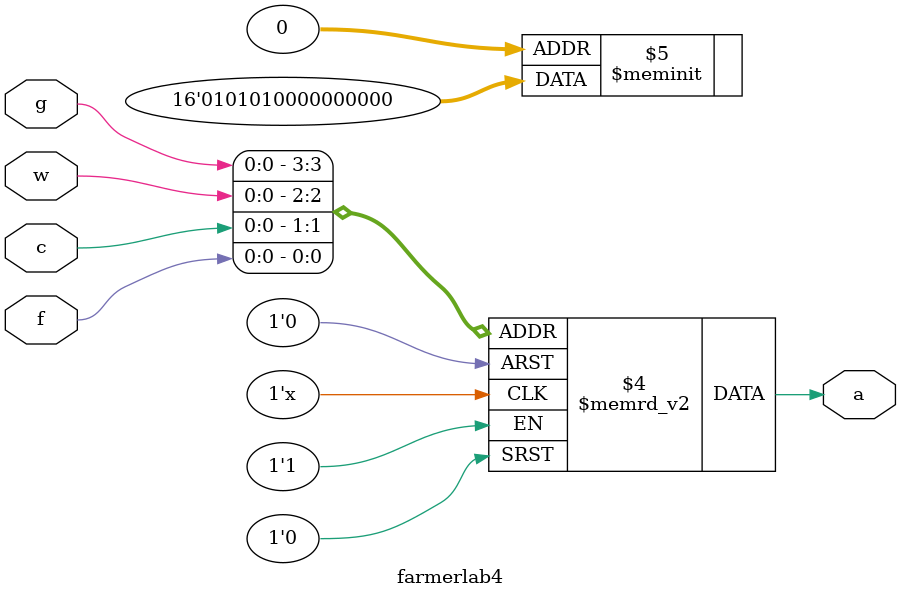
<source format=v>
module farmerlab4(g,w,c,f,a);

input g,w,f,c;
output a;
reg a;

always@(g or w or f or c)
begin
	case({g,w,c,f})
	
	4'b0000: a = 'b0;
	4'b0001: a = 'b0;
	4'b0010: a = 'b0;
	4'b0100: a = 'b0;
	4'b1000: a = 'b0;
	4'b0011: a = 'b0;
	4'b0110: a = 'b0;
	4'b1100: a = 'b1;
	4'b1010: a = 'b1;
	4'b0101: a = 'b0;
	4'b1001: a = 'b0;
	4'b0110: a = 'b0;
	4'b1110: a = 'b1;
	4'b0111: a = 'b0;
	4'b1101: a = 'b0;
	4'b1011: a = 'b0;
	4'b1111: a = 'b0;
	
endcase
end
endmodule

</source>
